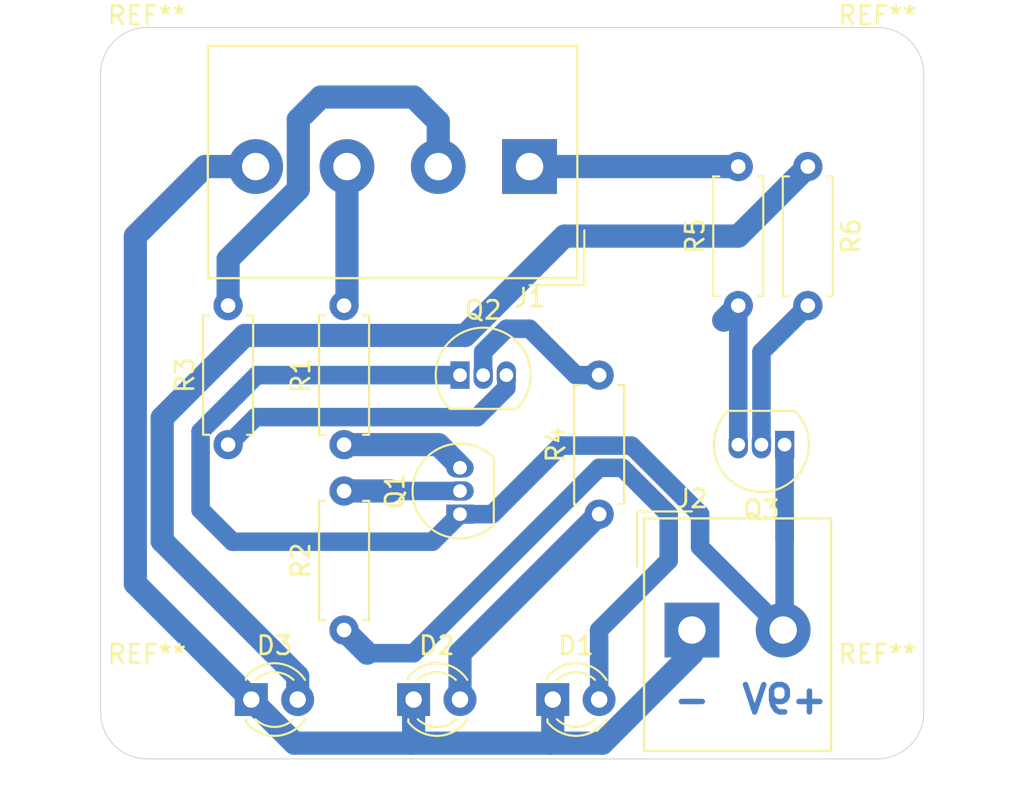
<source format=kicad_pcb>
(kicad_pcb (version 20171130) (host pcbnew "(5.1.8)-1")

  (general
    (thickness 1.6)
    (drawings 10)
    (tracks 78)
    (zones 0)
    (modules 18)
    (nets 15)
  )

  (page A4)
  (layers
    (0 F.Cu signal)
    (31 B.Cu signal)
    (32 B.Adhes user)
    (33 F.Adhes user)
    (34 B.Paste user)
    (35 F.Paste user)
    (36 B.SilkS user)
    (37 F.SilkS user)
    (38 B.Mask user)
    (39 F.Mask user)
    (40 Dwgs.User user)
    (41 Cmts.User user)
    (42 Eco1.User user)
    (43 Eco2.User user)
    (44 Edge.Cuts user)
    (45 Margin user)
    (46 B.CrtYd user)
    (47 F.CrtYd user)
    (48 B.Fab user)
    (49 F.Fab user)
  )

  (setup
    (last_trace_width 0.25)
    (user_trace_width 1.016)
    (user_trace_width 1.27)
    (trace_clearance 0.2)
    (zone_clearance 0.508)
    (zone_45_only no)
    (trace_min 0.2)
    (via_size 0.8)
    (via_drill 0.4)
    (via_min_size 0.4)
    (via_min_drill 0.3)
    (uvia_size 0.3)
    (uvia_drill 0.1)
    (uvias_allowed no)
    (uvia_min_size 0.2)
    (uvia_min_drill 0.1)
    (edge_width 0.05)
    (segment_width 0.2)
    (pcb_text_width 0.3)
    (pcb_text_size 1.5 1.5)
    (mod_edge_width 0.12)
    (mod_text_size 1 1)
    (mod_text_width 0.15)
    (pad_size 1.524 1.524)
    (pad_drill 0.762)
    (pad_to_mask_clearance 0)
    (aux_axis_origin 0 0)
    (grid_origin 136.52 88.265)
    (visible_elements 7FFFFFFF)
    (pcbplotparams
      (layerselection 0x010fc_ffffffff)
      (usegerberextensions true)
      (usegerberattributes true)
      (usegerberadvancedattributes true)
      (creategerberjobfile true)
      (excludeedgelayer true)
      (linewidth 0.100000)
      (plotframeref true)
      (viasonmask false)
      (mode 1)
      (useauxorigin false)
      (hpglpennumber 1)
      (hpglpenspeed 20)
      (hpglpendiameter 15.000000)
      (psnegative false)
      (psa4output false)
      (plotreference false)
      (plotvalue true)
      (plotinvisibletext false)
      (padsonsilk false)
      (subtractmaskfromsilk false)
      (outputformat 1)
      (mirror false)
      (drillshape 0)
      (scaleselection 1)
      (outputdirectory "Gerber_FIles/"))
  )

  (net 0 "")
  (net 1 Ground)
  (net 2 "Net-(D1-Pad2)")
  (net 3 "Net-(D2-Pad2)")
  (net 4 "Net-(D3-Pad2)")
  (net 5 Full_Level)
  (net 6 Medium_Level)
  (net 7 Low_Level)
  (net 8 "Net-(J2-Pad2)")
  (net 9 "Net-(Q1-Pad2)")
  (net 10 "Net-(Q1-Pad3)")
  (net 11 "Net-(Q2-Pad3)")
  (net 12 "Net-(Q2-Pad2)")
  (net 13 "Net-(Q3-Pad2)")
  (net 14 "Net-(Q3-Pad3)")

  (net_class Default "This is the default net class."
    (clearance 0.2)
    (trace_width 0.25)
    (via_dia 0.8)
    (via_drill 0.4)
    (uvia_dia 0.3)
    (uvia_drill 0.1)
    (add_net Full_Level)
    (add_net Ground)
    (add_net Low_Level)
    (add_net Medium_Level)
    (add_net "Net-(D1-Pad2)")
    (add_net "Net-(D2-Pad2)")
    (add_net "Net-(D3-Pad2)")
    (add_net "Net-(J2-Pad2)")
    (add_net "Net-(Q1-Pad2)")
    (add_net "Net-(Q1-Pad3)")
    (add_net "Net-(Q2-Pad2)")
    (add_net "Net-(Q2-Pad3)")
    (add_net "Net-(Q3-Pad2)")
    (add_net "Net-(Q3-Pad3)")
  )

  (module MountingHole:MountingHole_2.1mm locked (layer F.Cu) (tedit 5B924765) (tstamp 60F54BD8)
    (at 136.52 123.265)
    (descr "Mounting Hole 2.1mm, no annular")
    (tags "mounting hole 2.1mm no annular")
    (attr virtual)
    (fp_text reference REF** (at 0 -3.2) (layer F.SilkS)
      (effects (font (size 1 1) (thickness 0.15)))
    )
    (fp_text value MountingHole_2.1mm (at 0 3.2) (layer F.Fab)
      (effects (font (size 1 1) (thickness 0.15)))
    )
    (fp_circle (center 0 0) (end 2.35 0) (layer F.CrtYd) (width 0.05))
    (fp_circle (center 0 0) (end 2.1 0) (layer Cmts.User) (width 0.15))
    (fp_text user %R (at 0.3 0) (layer F.Fab)
      (effects (font (size 1 1) (thickness 0.15)))
    )
    (pad "" np_thru_hole circle (at 0 0) (size 2.1 2.1) (drill 2.1) (layers *.Cu *.Mask))
  )

  (module MountingHole:MountingHole_2.1mm locked (layer F.Cu) (tedit 5B924765) (tstamp 60F54BB4)
    (at 96.52 123.265)
    (descr "Mounting Hole 2.1mm, no annular")
    (tags "mounting hole 2.1mm no annular")
    (attr virtual)
    (fp_text reference REF** (at 0 -3.2) (layer F.SilkS)
      (effects (font (size 1 1) (thickness 0.15)))
    )
    (fp_text value MountingHole_2.1mm (at 0 3.2) (layer F.Fab)
      (effects (font (size 1 1) (thickness 0.15)))
    )
    (fp_circle (center 0 0) (end 2.35 0) (layer F.CrtYd) (width 0.05))
    (fp_circle (center 0 0) (end 2.1 0) (layer Cmts.User) (width 0.15))
    (fp_text user %R (at 0.3 0) (layer F.Fab)
      (effects (font (size 1 1) (thickness 0.15)))
    )
    (pad "" np_thru_hole circle (at 0 0) (size 2.1 2.1) (drill 2.1) (layers *.Cu *.Mask))
  )

  (module MountingHole:MountingHole_2.1mm locked (layer F.Cu) (tedit 5B924765) (tstamp 60F54B89)
    (at 136.52 88.265)
    (descr "Mounting Hole 2.1mm, no annular")
    (tags "mounting hole 2.1mm no annular")
    (attr virtual)
    (fp_text reference REF** (at 0 -3.2) (layer F.SilkS)
      (effects (font (size 1 1) (thickness 0.15)))
    )
    (fp_text value MountingHole_2.1mm (at 0 3.2) (layer F.Fab)
      (effects (font (size 1 1) (thickness 0.15)))
    )
    (fp_circle (center 0 0) (end 2.35 0) (layer F.CrtYd) (width 0.05))
    (fp_circle (center 0 0) (end 2.1 0) (layer Cmts.User) (width 0.15))
    (fp_text user %R (at 0.3 0) (layer F.Fab)
      (effects (font (size 1 1) (thickness 0.15)))
    )
    (pad "" np_thru_hole circle (at 0 0) (size 2.1 2.1) (drill 2.1) (layers *.Cu *.Mask))
  )

  (module MountingHole:MountingHole_2.1mm locked (layer F.Cu) (tedit 5B924765) (tstamp 60F54B65)
    (at 96.52 88.265)
    (descr "Mounting Hole 2.1mm, no annular")
    (tags "mounting hole 2.1mm no annular")
    (attr virtual)
    (fp_text reference REF** (at 0 -3.2) (layer F.SilkS)
      (effects (font (size 1 1) (thickness 0.15)))
    )
    (fp_text value MountingHole_2.1mm (at 0 3.2) (layer F.Fab)
      (effects (font (size 1 1) (thickness 0.15)))
    )
    (fp_circle (center 0 0) (end 2.35 0) (layer F.CrtYd) (width 0.05))
    (fp_circle (center 0 0) (end 2.1 0) (layer Cmts.User) (width 0.15))
    (fp_text user %R (at 0.3 0) (layer F.Fab)
      (effects (font (size 1 1) (thickness 0.15)))
    )
    (pad "" np_thru_hole circle (at 0 0) (size 2.1 2.1) (drill 2.1) (layers *.Cu *.Mask))
  )

  (module LED_THT:LED_D3.0mm (layer F.Cu) (tedit 587A3A7B) (tstamp 60F543C2)
    (at 118.74 122.555)
    (descr "LED, diameter 3.0mm, 2 pins")
    (tags "LED diameter 3.0mm 2 pins")
    (path /60F605D9)
    (fp_text reference D1 (at 1.27 -2.96) (layer F.SilkS)
      (effects (font (size 1 1) (thickness 0.15)))
    )
    (fp_text value LED (at 1.27 2.96) (layer F.Fab)
      (effects (font (size 1 1) (thickness 0.15)))
    )
    (fp_circle (center 1.27 0) (end 2.77 0) (layer F.Fab) (width 0.1))
    (fp_line (start -0.23 -1.16619) (end -0.23 1.16619) (layer F.Fab) (width 0.1))
    (fp_line (start -0.29 -1.236) (end -0.29 -1.08) (layer F.SilkS) (width 0.12))
    (fp_line (start -0.29 1.08) (end -0.29 1.236) (layer F.SilkS) (width 0.12))
    (fp_line (start -1.15 -2.25) (end -1.15 2.25) (layer F.CrtYd) (width 0.05))
    (fp_line (start -1.15 2.25) (end 3.7 2.25) (layer F.CrtYd) (width 0.05))
    (fp_line (start 3.7 2.25) (end 3.7 -2.25) (layer F.CrtYd) (width 0.05))
    (fp_line (start 3.7 -2.25) (end -1.15 -2.25) (layer F.CrtYd) (width 0.05))
    (fp_arc (start 1.27 0) (end -0.23 -1.16619) (angle 284.3) (layer F.Fab) (width 0.1))
    (fp_arc (start 1.27 0) (end -0.29 -1.235516) (angle 108.8) (layer F.SilkS) (width 0.12))
    (fp_arc (start 1.27 0) (end -0.29 1.235516) (angle -108.8) (layer F.SilkS) (width 0.12))
    (fp_arc (start 1.27 0) (end 0.229039 -1.08) (angle 87.9) (layer F.SilkS) (width 0.12))
    (fp_arc (start 1.27 0) (end 0.229039 1.08) (angle -87.9) (layer F.SilkS) (width 0.12))
    (pad 1 thru_hole rect (at 0 0) (size 1.8 1.8) (drill 0.9) (layers *.Cu *.Mask)
      (net 1 Ground))
    (pad 2 thru_hole circle (at 2.54 0) (size 1.8 1.8) (drill 0.9) (layers *.Cu *.Mask)
      (net 2 "Net-(D1-Pad2)"))
    (model ${KISYS3DMOD}/LED_THT.3dshapes/LED_D3.0mm.wrl
      (at (xyz 0 0 0))
      (scale (xyz 1 1 1))
      (rotate (xyz 0 0 0))
    )
  )

  (module LED_THT:LED_D3.0mm (layer F.Cu) (tedit 587A3A7B) (tstamp 60F543D5)
    (at 111.12 122.555)
    (descr "LED, diameter 3.0mm, 2 pins")
    (tags "LED diameter 3.0mm 2 pins")
    (path /60F60AEF)
    (fp_text reference D2 (at 1.27 -2.96) (layer F.SilkS)
      (effects (font (size 1 1) (thickness 0.15)))
    )
    (fp_text value LED (at 1.27 2.96) (layer F.Fab)
      (effects (font (size 1 1) (thickness 0.15)))
    )
    (fp_line (start 3.7 -2.25) (end -1.15 -2.25) (layer F.CrtYd) (width 0.05))
    (fp_line (start 3.7 2.25) (end 3.7 -2.25) (layer F.CrtYd) (width 0.05))
    (fp_line (start -1.15 2.25) (end 3.7 2.25) (layer F.CrtYd) (width 0.05))
    (fp_line (start -1.15 -2.25) (end -1.15 2.25) (layer F.CrtYd) (width 0.05))
    (fp_line (start -0.29 1.08) (end -0.29 1.236) (layer F.SilkS) (width 0.12))
    (fp_line (start -0.29 -1.236) (end -0.29 -1.08) (layer F.SilkS) (width 0.12))
    (fp_line (start -0.23 -1.16619) (end -0.23 1.16619) (layer F.Fab) (width 0.1))
    (fp_circle (center 1.27 0) (end 2.77 0) (layer F.Fab) (width 0.1))
    (fp_arc (start 1.27 0) (end 0.229039 1.08) (angle -87.9) (layer F.SilkS) (width 0.12))
    (fp_arc (start 1.27 0) (end 0.229039 -1.08) (angle 87.9) (layer F.SilkS) (width 0.12))
    (fp_arc (start 1.27 0) (end -0.29 1.235516) (angle -108.8) (layer F.SilkS) (width 0.12))
    (fp_arc (start 1.27 0) (end -0.29 -1.235516) (angle 108.8) (layer F.SilkS) (width 0.12))
    (fp_arc (start 1.27 0) (end -0.23 -1.16619) (angle 284.3) (layer F.Fab) (width 0.1))
    (pad 2 thru_hole circle (at 2.54 0) (size 1.8 1.8) (drill 0.9) (layers *.Cu *.Mask)
      (net 3 "Net-(D2-Pad2)"))
    (pad 1 thru_hole rect (at 0 0) (size 1.8 1.8) (drill 0.9) (layers *.Cu *.Mask)
      (net 1 Ground))
    (model ${KISYS3DMOD}/LED_THT.3dshapes/LED_D3.0mm.wrl
      (at (xyz 0 0 0))
      (scale (xyz 1 1 1))
      (rotate (xyz 0 0 0))
    )
  )

  (module LED_THT:LED_D3.0mm (layer F.Cu) (tedit 587A3A7B) (tstamp 60F543E8)
    (at 102.23 122.555)
    (descr "LED, diameter 3.0mm, 2 pins")
    (tags "LED diameter 3.0mm 2 pins")
    (path /60F60FF1)
    (fp_text reference D3 (at 1.27 -2.96) (layer F.SilkS)
      (effects (font (size 1 1) (thickness 0.15)))
    )
    (fp_text value LED (at 1.27 2.96) (layer F.Fab)
      (effects (font (size 1 1) (thickness 0.15)))
    )
    (fp_circle (center 1.27 0) (end 2.77 0) (layer F.Fab) (width 0.1))
    (fp_line (start -0.23 -1.16619) (end -0.23 1.16619) (layer F.Fab) (width 0.1))
    (fp_line (start -0.29 -1.236) (end -0.29 -1.08) (layer F.SilkS) (width 0.12))
    (fp_line (start -0.29 1.08) (end -0.29 1.236) (layer F.SilkS) (width 0.12))
    (fp_line (start -1.15 -2.25) (end -1.15 2.25) (layer F.CrtYd) (width 0.05))
    (fp_line (start -1.15 2.25) (end 3.7 2.25) (layer F.CrtYd) (width 0.05))
    (fp_line (start 3.7 2.25) (end 3.7 -2.25) (layer F.CrtYd) (width 0.05))
    (fp_line (start 3.7 -2.25) (end -1.15 -2.25) (layer F.CrtYd) (width 0.05))
    (fp_arc (start 1.27 0) (end -0.23 -1.16619) (angle 284.3) (layer F.Fab) (width 0.1))
    (fp_arc (start 1.27 0) (end -0.29 -1.235516) (angle 108.8) (layer F.SilkS) (width 0.12))
    (fp_arc (start 1.27 0) (end -0.29 1.235516) (angle -108.8) (layer F.SilkS) (width 0.12))
    (fp_arc (start 1.27 0) (end 0.229039 -1.08) (angle 87.9) (layer F.SilkS) (width 0.12))
    (fp_arc (start 1.27 0) (end 0.229039 1.08) (angle -87.9) (layer F.SilkS) (width 0.12))
    (pad 1 thru_hole rect (at 0 0) (size 1.8 1.8) (drill 0.9) (layers *.Cu *.Mask)
      (net 1 Ground))
    (pad 2 thru_hole circle (at 2.54 0) (size 1.8 1.8) (drill 0.9) (layers *.Cu *.Mask)
      (net 4 "Net-(D3-Pad2)"))
    (model ${KISYS3DMOD}/LED_THT.3dshapes/LED_D3.0mm.wrl
      (at (xyz 0 0 0))
      (scale (xyz 1 1 1))
      (rotate (xyz 0 0 0))
    )
  )

  (module TerminalBlock_Altech:Altech_AK300_1x04_P5.00mm_45-Degree (layer F.Cu) (tedit 5C27907F) (tstamp 60F54404)
    (at 117.47 93.345 180)
    (descr "Altech AK300 serie terminal block (Script generated with StandardBox.py) (http://www.altechcorp.com/PDFS/PCBMETRC.PDF)")
    (tags "Altech AK300 serie connector")
    (path /60F6301B)
    (fp_text reference J1 (at 0 -7.2) (layer F.SilkS)
      (effects (font (size 1 1) (thickness 0.15)))
    )
    (fp_text value Screw_Terminal_01x04 (at 7.5 7.5) (layer F.Fab)
      (effects (font (size 1 1) (thickness 0.15)))
    )
    (fp_line (start -2 -6) (end 17.5 -6) (layer F.Fab) (width 0.1))
    (fp_line (start 17.5 -6) (end 17.5 6.5) (layer F.Fab) (width 0.1))
    (fp_line (start 17.5 6.5) (end -2.5 6.5) (layer F.Fab) (width 0.1))
    (fp_line (start -2.5 6.5) (end -2.5 -5.5) (layer F.Fab) (width 0.1))
    (fp_line (start -2.5 -5.5) (end -2 -6) (layer F.Fab) (width 0.1))
    (fp_line (start -3 -3.5) (end -3 -6.5) (layer F.SilkS) (width 0.12))
    (fp_line (start -3 -6.5) (end 0 -6.5) (layer F.SilkS) (width 0.12))
    (fp_line (start -2.62 -6.12) (end 17.62 -6.12) (layer F.SilkS) (width 0.12))
    (fp_line (start 17.62 -6.12) (end 17.62 6.62) (layer F.SilkS) (width 0.12))
    (fp_line (start -2.62 6.62) (end 17.62 6.62) (layer F.SilkS) (width 0.12))
    (fp_line (start -2.62 -6.12) (end -2.62 6.62) (layer F.SilkS) (width 0.12))
    (fp_line (start -2.62 -6.12) (end 17.62 -6.12) (layer F.SilkS) (width 0.12))
    (fp_line (start 17.62 -6.12) (end 17.62 6.62) (layer F.SilkS) (width 0.12))
    (fp_line (start -2.62 6.62) (end 17.62 6.62) (layer F.SilkS) (width 0.12))
    (fp_line (start -2.62 -6.12) (end -2.62 6.62) (layer F.SilkS) (width 0.12))
    (fp_line (start -2.75 -6.25) (end 17.75 -6.25) (layer F.CrtYd) (width 0.05))
    (fp_line (start 17.75 -6.25) (end 17.75 6.75) (layer F.CrtYd) (width 0.05))
    (fp_line (start -2.75 6.75) (end 17.75 6.75) (layer F.CrtYd) (width 0.05))
    (fp_line (start -2.75 -6.25) (end -2.75 6.75) (layer F.CrtYd) (width 0.05))
    (fp_text user %R (at 7.5 0.25) (layer F.Fab)
      (effects (font (size 1 1) (thickness 0.15)))
    )
    (pad 1 thru_hole rect (at 0 0 180) (size 3 3) (drill 1.5) (layers *.Cu *.Mask)
      (net 5 Full_Level))
    (pad 2 thru_hole circle (at 5 0 180) (size 3 3) (drill 1.5) (layers *.Cu *.Mask)
      (net 6 Medium_Level))
    (pad 3 thru_hole circle (at 10 0 180) (size 3 3) (drill 1.5) (layers *.Cu *.Mask)
      (net 7 Low_Level))
    (pad 4 thru_hole circle (at 15 0 180) (size 3 3) (drill 1.5) (layers *.Cu *.Mask)
      (net 1 Ground))
    (model ${KISYS3DMOD}/TerminalBlock_Altech.3dshapes/Altech_AK300_1x04_P5.00mm_45-Degree.wrl
      (at (xyz 0 0 0))
      (scale (xyz 1 1 1))
      (rotate (xyz 0 0 0))
    )
  )

  (module TerminalBlock_Altech:Altech_AK300_1x02_P5.00mm_45-Degree (layer F.Cu) (tedit 5C27907F) (tstamp 60F5441E)
    (at 126.36 118.745)
    (descr "Altech AK300 serie terminal block (Script generated with StandardBox.py) (http://www.altechcorp.com/PDFS/PCBMETRC.PDF)")
    (tags "Altech AK300 serie connector")
    (path /60F62B61)
    (fp_text reference J2 (at 0 -7.2) (layer F.SilkS)
      (effects (font (size 1 1) (thickness 0.15)))
    )
    (fp_text value Screw_Terminal_01x02 (at 2.5 7.5) (layer F.Fab)
      (effects (font (size 1 1) (thickness 0.15)))
    )
    (fp_line (start -2 -6) (end 7.5 -6) (layer F.Fab) (width 0.1))
    (fp_line (start 7.5 -6) (end 7.5 6.5) (layer F.Fab) (width 0.1))
    (fp_line (start 7.5 6.5) (end -2.5 6.5) (layer F.Fab) (width 0.1))
    (fp_line (start -2.5 6.5) (end -2.5 -5.5) (layer F.Fab) (width 0.1))
    (fp_line (start -2.5 -5.5) (end -2 -6) (layer F.Fab) (width 0.1))
    (fp_line (start -3 -3.5) (end -3 -6.5) (layer F.SilkS) (width 0.12))
    (fp_line (start -3 -6.5) (end 0 -6.5) (layer F.SilkS) (width 0.12))
    (fp_line (start -2.62 -6.12) (end 7.62 -6.12) (layer F.SilkS) (width 0.12))
    (fp_line (start 7.62 -6.12) (end 7.62 6.62) (layer F.SilkS) (width 0.12))
    (fp_line (start -2.62 6.62) (end 7.62 6.62) (layer F.SilkS) (width 0.12))
    (fp_line (start -2.62 -6.12) (end -2.62 6.62) (layer F.SilkS) (width 0.12))
    (fp_line (start -2.62 -6.12) (end 7.62 -6.12) (layer F.SilkS) (width 0.12))
    (fp_line (start 7.62 -6.12) (end 7.62 6.62) (layer F.SilkS) (width 0.12))
    (fp_line (start -2.62 6.62) (end 7.62 6.62) (layer F.SilkS) (width 0.12))
    (fp_line (start -2.62 -6.12) (end -2.62 6.62) (layer F.SilkS) (width 0.12))
    (fp_line (start -2.75 -6.25) (end 7.75 -6.25) (layer F.CrtYd) (width 0.05))
    (fp_line (start 7.75 -6.25) (end 7.75 6.75) (layer F.CrtYd) (width 0.05))
    (fp_line (start -2.75 6.75) (end 7.75 6.75) (layer F.CrtYd) (width 0.05))
    (fp_line (start -2.75 -6.25) (end -2.75 6.75) (layer F.CrtYd) (width 0.05))
    (fp_text user %R (at 2.5 0.25) (layer F.Fab)
      (effects (font (size 1 1) (thickness 0.15)))
    )
    (pad 1 thru_hole rect (at 0 0) (size 3 3) (drill 1.5) (layers *.Cu *.Mask)
      (net 1 Ground))
    (pad 2 thru_hole circle (at 5 0) (size 3 3) (drill 1.5) (layers *.Cu *.Mask)
      (net 8 "Net-(J2-Pad2)"))
    (model ${KISYS3DMOD}/TerminalBlock_Altech.3dshapes/Altech_AK300_1x02_P5.00mm_45-Degree.wrl
      (at (xyz 0 0 0))
      (scale (xyz 1 1 1))
      (rotate (xyz 0 0 0))
    )
  )

  (module Package_TO_SOT_THT:TO-92_Inline (layer F.Cu) (tedit 5A1DD157) (tstamp 60F54430)
    (at 113.66 112.395 90)
    (descr "TO-92 leads in-line, narrow, oval pads, drill 0.75mm (see NXP sot054_po.pdf)")
    (tags "to-92 sc-43 sc-43a sot54 PA33 transistor")
    (path /60F635EF)
    (fp_text reference Q1 (at 1.27 -3.56 90) (layer F.SilkS)
      (effects (font (size 1 1) (thickness 0.15)))
    )
    (fp_text value 2SA1015 (at 1.27 2.79 90) (layer F.Fab)
      (effects (font (size 1 1) (thickness 0.15)))
    )
    (fp_line (start -0.53 1.85) (end 3.07 1.85) (layer F.SilkS) (width 0.12))
    (fp_line (start -0.5 1.75) (end 3 1.75) (layer F.Fab) (width 0.1))
    (fp_line (start -1.46 -2.73) (end 4 -2.73) (layer F.CrtYd) (width 0.05))
    (fp_line (start -1.46 -2.73) (end -1.46 2.01) (layer F.CrtYd) (width 0.05))
    (fp_line (start 4 2.01) (end 4 -2.73) (layer F.CrtYd) (width 0.05))
    (fp_line (start 4 2.01) (end -1.46 2.01) (layer F.CrtYd) (width 0.05))
    (fp_text user %R (at 1.27 0 90) (layer F.Fab)
      (effects (font (size 1 1) (thickness 0.15)))
    )
    (fp_arc (start 1.27 0) (end 1.27 -2.48) (angle 135) (layer F.Fab) (width 0.1))
    (fp_arc (start 1.27 0) (end 1.27 -2.6) (angle -135) (layer F.SilkS) (width 0.12))
    (fp_arc (start 1.27 0) (end 1.27 -2.48) (angle -135) (layer F.Fab) (width 0.1))
    (fp_arc (start 1.27 0) (end 1.27 -2.6) (angle 135) (layer F.SilkS) (width 0.12))
    (pad 2 thru_hole oval (at 1.27 0 90) (size 1.05 1.5) (drill 0.75) (layers *.Cu *.Mask)
      (net 9 "Net-(Q1-Pad2)"))
    (pad 3 thru_hole oval (at 2.54 0 90) (size 1.05 1.5) (drill 0.75) (layers *.Cu *.Mask)
      (net 10 "Net-(Q1-Pad3)"))
    (pad 1 thru_hole rect (at 0 0 90) (size 1.05 1.5) (drill 0.75) (layers *.Cu *.Mask)
      (net 8 "Net-(J2-Pad2)"))
    (model ${KISYS3DMOD}/Package_TO_SOT_THT.3dshapes/TO-92_Inline.wrl
      (at (xyz 0 0 0))
      (scale (xyz 1 1 1))
      (rotate (xyz 0 0 0))
    )
  )

  (module Package_TO_SOT_THT:TO-92_Inline (layer F.Cu) (tedit 5A1DD157) (tstamp 60F54442)
    (at 113.66 104.775)
    (descr "TO-92 leads in-line, narrow, oval pads, drill 0.75mm (see NXP sot054_po.pdf)")
    (tags "to-92 sc-43 sc-43a sot54 PA33 transistor")
    (path /60F63E8E)
    (fp_text reference Q2 (at 1.27 -3.56) (layer F.SilkS)
      (effects (font (size 1 1) (thickness 0.15)))
    )
    (fp_text value 2SA1015 (at 1.27 2.79) (layer F.Fab)
      (effects (font (size 1 1) (thickness 0.15)))
    )
    (fp_line (start 4 2.01) (end -1.46 2.01) (layer F.CrtYd) (width 0.05))
    (fp_line (start 4 2.01) (end 4 -2.73) (layer F.CrtYd) (width 0.05))
    (fp_line (start -1.46 -2.73) (end -1.46 2.01) (layer F.CrtYd) (width 0.05))
    (fp_line (start -1.46 -2.73) (end 4 -2.73) (layer F.CrtYd) (width 0.05))
    (fp_line (start -0.5 1.75) (end 3 1.75) (layer F.Fab) (width 0.1))
    (fp_line (start -0.53 1.85) (end 3.07 1.85) (layer F.SilkS) (width 0.12))
    (fp_arc (start 1.27 0) (end 1.27 -2.6) (angle 135) (layer F.SilkS) (width 0.12))
    (fp_arc (start 1.27 0) (end 1.27 -2.48) (angle -135) (layer F.Fab) (width 0.1))
    (fp_arc (start 1.27 0) (end 1.27 -2.6) (angle -135) (layer F.SilkS) (width 0.12))
    (fp_arc (start 1.27 0) (end 1.27 -2.48) (angle 135) (layer F.Fab) (width 0.1))
    (fp_text user %R (at 1.27 0) (layer F.Fab)
      (effects (font (size 1 1) (thickness 0.15)))
    )
    (pad 1 thru_hole rect (at 0 0) (size 1.05 1.5) (drill 0.75) (layers *.Cu *.Mask)
      (net 8 "Net-(J2-Pad2)"))
    (pad 3 thru_hole oval (at 2.54 0) (size 1.05 1.5) (drill 0.75) (layers *.Cu *.Mask)
      (net 11 "Net-(Q2-Pad3)"))
    (pad 2 thru_hole oval (at 1.27 0) (size 1.05 1.5) (drill 0.75) (layers *.Cu *.Mask)
      (net 12 "Net-(Q2-Pad2)"))
    (model ${KISYS3DMOD}/Package_TO_SOT_THT.3dshapes/TO-92_Inline.wrl
      (at (xyz 0 0 0))
      (scale (xyz 1 1 1))
      (rotate (xyz 0 0 0))
    )
  )

  (module Package_TO_SOT_THT:TO-92_Inline (layer F.Cu) (tedit 5A1DD157) (tstamp 60F54454)
    (at 131.44 108.585 180)
    (descr "TO-92 leads in-line, narrow, oval pads, drill 0.75mm (see NXP sot054_po.pdf)")
    (tags "to-92 sc-43 sc-43a sot54 PA33 transistor")
    (path /60F6430B)
    (fp_text reference Q3 (at 1.27 -3.56) (layer F.SilkS)
      (effects (font (size 1 1) (thickness 0.15)))
    )
    (fp_text value 2SA1015 (at 1.27 2.79) (layer F.Fab)
      (effects (font (size 1 1) (thickness 0.15)))
    )
    (fp_line (start -0.53 1.85) (end 3.07 1.85) (layer F.SilkS) (width 0.12))
    (fp_line (start -0.5 1.75) (end 3 1.75) (layer F.Fab) (width 0.1))
    (fp_line (start -1.46 -2.73) (end 4 -2.73) (layer F.CrtYd) (width 0.05))
    (fp_line (start -1.46 -2.73) (end -1.46 2.01) (layer F.CrtYd) (width 0.05))
    (fp_line (start 4 2.01) (end 4 -2.73) (layer F.CrtYd) (width 0.05))
    (fp_line (start 4 2.01) (end -1.46 2.01) (layer F.CrtYd) (width 0.05))
    (fp_text user %R (at 1.27 0) (layer F.Fab)
      (effects (font (size 1 1) (thickness 0.15)))
    )
    (fp_arc (start 1.27 0) (end 1.27 -2.48) (angle 135) (layer F.Fab) (width 0.1))
    (fp_arc (start 1.27 0) (end 1.27 -2.6) (angle -135) (layer F.SilkS) (width 0.12))
    (fp_arc (start 1.27 0) (end 1.27 -2.48) (angle -135) (layer F.Fab) (width 0.1))
    (fp_arc (start 1.27 0) (end 1.27 -2.6) (angle 135) (layer F.SilkS) (width 0.12))
    (pad 2 thru_hole oval (at 1.27 0 180) (size 1.05 1.5) (drill 0.75) (layers *.Cu *.Mask)
      (net 13 "Net-(Q3-Pad2)"))
    (pad 3 thru_hole oval (at 2.54 0 180) (size 1.05 1.5) (drill 0.75) (layers *.Cu *.Mask)
      (net 14 "Net-(Q3-Pad3)"))
    (pad 1 thru_hole rect (at 0 0 180) (size 1.05 1.5) (drill 0.75) (layers *.Cu *.Mask)
      (net 8 "Net-(J2-Pad2)"))
    (model ${KISYS3DMOD}/Package_TO_SOT_THT.3dshapes/TO-92_Inline.wrl
      (at (xyz 0 0 0))
      (scale (xyz 1 1 1))
      (rotate (xyz 0 0 0))
    )
  )

  (module Resistor_THT:R_Axial_DIN0207_L6.3mm_D2.5mm_P7.62mm_Horizontal (layer F.Cu) (tedit 5AE5139B) (tstamp 60F5446B)
    (at 107.31 108.585 90)
    (descr "Resistor, Axial_DIN0207 series, Axial, Horizontal, pin pitch=7.62mm, 0.25W = 1/4W, length*diameter=6.3*2.5mm^2, http://cdn-reichelt.de/documents/datenblatt/B400/1_4W%23YAG.pdf")
    (tags "Resistor Axial_DIN0207 series Axial Horizontal pin pitch 7.62mm 0.25W = 1/4W length 6.3mm diameter 2.5mm")
    (path /60F619CB)
    (fp_text reference R1 (at 3.81 -2.37 90) (layer F.SilkS)
      (effects (font (size 1 1) (thickness 0.15)))
    )
    (fp_text value 470 (at 3.81 2.37 90) (layer F.Fab)
      (effects (font (size 1 1) (thickness 0.15)))
    )
    (fp_line (start 8.67 -1.5) (end -1.05 -1.5) (layer F.CrtYd) (width 0.05))
    (fp_line (start 8.67 1.5) (end 8.67 -1.5) (layer F.CrtYd) (width 0.05))
    (fp_line (start -1.05 1.5) (end 8.67 1.5) (layer F.CrtYd) (width 0.05))
    (fp_line (start -1.05 -1.5) (end -1.05 1.5) (layer F.CrtYd) (width 0.05))
    (fp_line (start 7.08 1.37) (end 7.08 1.04) (layer F.SilkS) (width 0.12))
    (fp_line (start 0.54 1.37) (end 7.08 1.37) (layer F.SilkS) (width 0.12))
    (fp_line (start 0.54 1.04) (end 0.54 1.37) (layer F.SilkS) (width 0.12))
    (fp_line (start 7.08 -1.37) (end 7.08 -1.04) (layer F.SilkS) (width 0.12))
    (fp_line (start 0.54 -1.37) (end 7.08 -1.37) (layer F.SilkS) (width 0.12))
    (fp_line (start 0.54 -1.04) (end 0.54 -1.37) (layer F.SilkS) (width 0.12))
    (fp_line (start 7.62 0) (end 6.96 0) (layer F.Fab) (width 0.1))
    (fp_line (start 0 0) (end 0.66 0) (layer F.Fab) (width 0.1))
    (fp_line (start 6.96 -1.25) (end 0.66 -1.25) (layer F.Fab) (width 0.1))
    (fp_line (start 6.96 1.25) (end 6.96 -1.25) (layer F.Fab) (width 0.1))
    (fp_line (start 0.66 1.25) (end 6.96 1.25) (layer F.Fab) (width 0.1))
    (fp_line (start 0.66 -1.25) (end 0.66 1.25) (layer F.Fab) (width 0.1))
    (fp_text user %R (at 3.81 0 90) (layer F.Fab)
      (effects (font (size 1 1) (thickness 0.15)))
    )
    (pad 2 thru_hole oval (at 7.62 0 90) (size 1.6 1.6) (drill 0.8) (layers *.Cu *.Mask)
      (net 7 Low_Level))
    (pad 1 thru_hole circle (at 0 0 90) (size 1.6 1.6) (drill 0.8) (layers *.Cu *.Mask)
      (net 10 "Net-(Q1-Pad3)"))
    (model ${KISYS3DMOD}/Resistor_THT.3dshapes/R_Axial_DIN0207_L6.3mm_D2.5mm_P7.62mm_Horizontal.wrl
      (at (xyz 0 0 0))
      (scale (xyz 1 1 1))
      (rotate (xyz 0 0 0))
    )
  )

  (module Resistor_THT:R_Axial_DIN0207_L6.3mm_D2.5mm_P7.62mm_Horizontal (layer F.Cu) (tedit 5AE5139B) (tstamp 60F54482)
    (at 107.31 118.745 90)
    (descr "Resistor, Axial_DIN0207 series, Axial, Horizontal, pin pitch=7.62mm, 0.25W = 1/4W, length*diameter=6.3*2.5mm^2, http://cdn-reichelt.de/documents/datenblatt/B400/1_4W%23YAG.pdf")
    (tags "Resistor Axial_DIN0207 series Axial Horizontal pin pitch 7.62mm 0.25W = 1/4W length 6.3mm diameter 2.5mm")
    (path /60F61546)
    (fp_text reference R2 (at 3.81 -2.37 90) (layer F.SilkS)
      (effects (font (size 1 1) (thickness 0.15)))
    )
    (fp_text value 470 (at 3.81 2.37 90) (layer F.Fab)
      (effects (font (size 1 1) (thickness 0.15)))
    )
    (fp_line (start 0.66 -1.25) (end 0.66 1.25) (layer F.Fab) (width 0.1))
    (fp_line (start 0.66 1.25) (end 6.96 1.25) (layer F.Fab) (width 0.1))
    (fp_line (start 6.96 1.25) (end 6.96 -1.25) (layer F.Fab) (width 0.1))
    (fp_line (start 6.96 -1.25) (end 0.66 -1.25) (layer F.Fab) (width 0.1))
    (fp_line (start 0 0) (end 0.66 0) (layer F.Fab) (width 0.1))
    (fp_line (start 7.62 0) (end 6.96 0) (layer F.Fab) (width 0.1))
    (fp_line (start 0.54 -1.04) (end 0.54 -1.37) (layer F.SilkS) (width 0.12))
    (fp_line (start 0.54 -1.37) (end 7.08 -1.37) (layer F.SilkS) (width 0.12))
    (fp_line (start 7.08 -1.37) (end 7.08 -1.04) (layer F.SilkS) (width 0.12))
    (fp_line (start 0.54 1.04) (end 0.54 1.37) (layer F.SilkS) (width 0.12))
    (fp_line (start 0.54 1.37) (end 7.08 1.37) (layer F.SilkS) (width 0.12))
    (fp_line (start 7.08 1.37) (end 7.08 1.04) (layer F.SilkS) (width 0.12))
    (fp_line (start -1.05 -1.5) (end -1.05 1.5) (layer F.CrtYd) (width 0.05))
    (fp_line (start -1.05 1.5) (end 8.67 1.5) (layer F.CrtYd) (width 0.05))
    (fp_line (start 8.67 1.5) (end 8.67 -1.5) (layer F.CrtYd) (width 0.05))
    (fp_line (start 8.67 -1.5) (end -1.05 -1.5) (layer F.CrtYd) (width 0.05))
    (fp_text user %R (at 3.81 0 90) (layer F.Fab)
      (effects (font (size 1 1) (thickness 0.15)))
    )
    (pad 1 thru_hole circle (at 0 0 90) (size 1.6 1.6) (drill 0.8) (layers *.Cu *.Mask)
      (net 2 "Net-(D1-Pad2)"))
    (pad 2 thru_hole oval (at 7.62 0 90) (size 1.6 1.6) (drill 0.8) (layers *.Cu *.Mask)
      (net 9 "Net-(Q1-Pad2)"))
    (model ${KISYS3DMOD}/Resistor_THT.3dshapes/R_Axial_DIN0207_L6.3mm_D2.5mm_P7.62mm_Horizontal.wrl
      (at (xyz 0 0 0))
      (scale (xyz 1 1 1))
      (rotate (xyz 0 0 0))
    )
  )

  (module Resistor_THT:R_Axial_DIN0207_L6.3mm_D2.5mm_P7.62mm_Horizontal (layer F.Cu) (tedit 5AE5139B) (tstamp 60F54499)
    (at 100.96 108.585 90)
    (descr "Resistor, Axial_DIN0207 series, Axial, Horizontal, pin pitch=7.62mm, 0.25W = 1/4W, length*diameter=6.3*2.5mm^2, http://cdn-reichelt.de/documents/datenblatt/B400/1_4W%23YAG.pdf")
    (tags "Resistor Axial_DIN0207 series Axial Horizontal pin pitch 7.62mm 0.25W = 1/4W length 6.3mm diameter 2.5mm")
    (path /60F6205B)
    (fp_text reference R3 (at 3.81 -2.37 90) (layer F.SilkS)
      (effects (font (size 1 1) (thickness 0.15)))
    )
    (fp_text value 470 (at 3.81 2.37 90) (layer F.Fab)
      (effects (font (size 1 1) (thickness 0.15)))
    )
    (fp_line (start 8.67 -1.5) (end -1.05 -1.5) (layer F.CrtYd) (width 0.05))
    (fp_line (start 8.67 1.5) (end 8.67 -1.5) (layer F.CrtYd) (width 0.05))
    (fp_line (start -1.05 1.5) (end 8.67 1.5) (layer F.CrtYd) (width 0.05))
    (fp_line (start -1.05 -1.5) (end -1.05 1.5) (layer F.CrtYd) (width 0.05))
    (fp_line (start 7.08 1.37) (end 7.08 1.04) (layer F.SilkS) (width 0.12))
    (fp_line (start 0.54 1.37) (end 7.08 1.37) (layer F.SilkS) (width 0.12))
    (fp_line (start 0.54 1.04) (end 0.54 1.37) (layer F.SilkS) (width 0.12))
    (fp_line (start 7.08 -1.37) (end 7.08 -1.04) (layer F.SilkS) (width 0.12))
    (fp_line (start 0.54 -1.37) (end 7.08 -1.37) (layer F.SilkS) (width 0.12))
    (fp_line (start 0.54 -1.04) (end 0.54 -1.37) (layer F.SilkS) (width 0.12))
    (fp_line (start 7.62 0) (end 6.96 0) (layer F.Fab) (width 0.1))
    (fp_line (start 0 0) (end 0.66 0) (layer F.Fab) (width 0.1))
    (fp_line (start 6.96 -1.25) (end 0.66 -1.25) (layer F.Fab) (width 0.1))
    (fp_line (start 6.96 1.25) (end 6.96 -1.25) (layer F.Fab) (width 0.1))
    (fp_line (start 0.66 1.25) (end 6.96 1.25) (layer F.Fab) (width 0.1))
    (fp_line (start 0.66 -1.25) (end 0.66 1.25) (layer F.Fab) (width 0.1))
    (fp_text user %R (at 3.81 0 90) (layer F.Fab)
      (effects (font (size 1 1) (thickness 0.15)))
    )
    (pad 2 thru_hole oval (at 7.62 0 90) (size 1.6 1.6) (drill 0.8) (layers *.Cu *.Mask)
      (net 6 Medium_Level))
    (pad 1 thru_hole circle (at 0 0 90) (size 1.6 1.6) (drill 0.8) (layers *.Cu *.Mask)
      (net 11 "Net-(Q2-Pad3)"))
    (model ${KISYS3DMOD}/Resistor_THT.3dshapes/R_Axial_DIN0207_L6.3mm_D2.5mm_P7.62mm_Horizontal.wrl
      (at (xyz 0 0 0))
      (scale (xyz 1 1 1))
      (rotate (xyz 0 0 0))
    )
  )

  (module Resistor_THT:R_Axial_DIN0207_L6.3mm_D2.5mm_P7.62mm_Horizontal (layer F.Cu) (tedit 5AE5139B) (tstamp 60F544B0)
    (at 121.28 112.395 90)
    (descr "Resistor, Axial_DIN0207 series, Axial, Horizontal, pin pitch=7.62mm, 0.25W = 1/4W, length*diameter=6.3*2.5mm^2, http://cdn-reichelt.de/documents/datenblatt/B400/1_4W%23YAG.pdf")
    (tags "Resistor Axial_DIN0207 series Axial Horizontal pin pitch 7.62mm 0.25W = 1/4W length 6.3mm diameter 2.5mm")
    (path /60F61E27)
    (fp_text reference R4 (at 3.81 -2.37 90) (layer F.SilkS)
      (effects (font (size 1 1) (thickness 0.15)))
    )
    (fp_text value 470 (at 3.81 2.37 90) (layer F.Fab)
      (effects (font (size 1 1) (thickness 0.15)))
    )
    (fp_line (start 0.66 -1.25) (end 0.66 1.25) (layer F.Fab) (width 0.1))
    (fp_line (start 0.66 1.25) (end 6.96 1.25) (layer F.Fab) (width 0.1))
    (fp_line (start 6.96 1.25) (end 6.96 -1.25) (layer F.Fab) (width 0.1))
    (fp_line (start 6.96 -1.25) (end 0.66 -1.25) (layer F.Fab) (width 0.1))
    (fp_line (start 0 0) (end 0.66 0) (layer F.Fab) (width 0.1))
    (fp_line (start 7.62 0) (end 6.96 0) (layer F.Fab) (width 0.1))
    (fp_line (start 0.54 -1.04) (end 0.54 -1.37) (layer F.SilkS) (width 0.12))
    (fp_line (start 0.54 -1.37) (end 7.08 -1.37) (layer F.SilkS) (width 0.12))
    (fp_line (start 7.08 -1.37) (end 7.08 -1.04) (layer F.SilkS) (width 0.12))
    (fp_line (start 0.54 1.04) (end 0.54 1.37) (layer F.SilkS) (width 0.12))
    (fp_line (start 0.54 1.37) (end 7.08 1.37) (layer F.SilkS) (width 0.12))
    (fp_line (start 7.08 1.37) (end 7.08 1.04) (layer F.SilkS) (width 0.12))
    (fp_line (start -1.05 -1.5) (end -1.05 1.5) (layer F.CrtYd) (width 0.05))
    (fp_line (start -1.05 1.5) (end 8.67 1.5) (layer F.CrtYd) (width 0.05))
    (fp_line (start 8.67 1.5) (end 8.67 -1.5) (layer F.CrtYd) (width 0.05))
    (fp_line (start 8.67 -1.5) (end -1.05 -1.5) (layer F.CrtYd) (width 0.05))
    (fp_text user %R (at 3.81 0 90) (layer F.Fab)
      (effects (font (size 1 1) (thickness 0.15)))
    )
    (pad 1 thru_hole circle (at 0 0 90) (size 1.6 1.6) (drill 0.8) (layers *.Cu *.Mask)
      (net 3 "Net-(D2-Pad2)"))
    (pad 2 thru_hole oval (at 7.62 0 90) (size 1.6 1.6) (drill 0.8) (layers *.Cu *.Mask)
      (net 12 "Net-(Q2-Pad2)"))
    (model ${KISYS3DMOD}/Resistor_THT.3dshapes/R_Axial_DIN0207_L6.3mm_D2.5mm_P7.62mm_Horizontal.wrl
      (at (xyz 0 0 0))
      (scale (xyz 1 1 1))
      (rotate (xyz 0 0 0))
    )
  )

  (module Resistor_THT:R_Axial_DIN0207_L6.3mm_D2.5mm_P7.62mm_Horizontal (layer F.Cu) (tedit 5AE5139B) (tstamp 60F54EB5)
    (at 128.9 100.965 90)
    (descr "Resistor, Axial_DIN0207 series, Axial, Horizontal, pin pitch=7.62mm, 0.25W = 1/4W, length*diameter=6.3*2.5mm^2, http://cdn-reichelt.de/documents/datenblatt/B400/1_4W%23YAG.pdf")
    (tags "Resistor Axial_DIN0207 series Axial Horizontal pin pitch 7.62mm 0.25W = 1/4W length 6.3mm diameter 2.5mm")
    (path /60F62604)
    (fp_text reference R5 (at 3.81 -2.37 90) (layer F.SilkS)
      (effects (font (size 1 1) (thickness 0.15)))
    )
    (fp_text value 470 (at 3.81 2.37 90) (layer F.Fab)
      (effects (font (size 1 1) (thickness 0.15)))
    )
    (fp_line (start 8.67 -1.5) (end -1.05 -1.5) (layer F.CrtYd) (width 0.05))
    (fp_line (start 8.67 1.5) (end 8.67 -1.5) (layer F.CrtYd) (width 0.05))
    (fp_line (start -1.05 1.5) (end 8.67 1.5) (layer F.CrtYd) (width 0.05))
    (fp_line (start -1.05 -1.5) (end -1.05 1.5) (layer F.CrtYd) (width 0.05))
    (fp_line (start 7.08 1.37) (end 7.08 1.04) (layer F.SilkS) (width 0.12))
    (fp_line (start 0.54 1.37) (end 7.08 1.37) (layer F.SilkS) (width 0.12))
    (fp_line (start 0.54 1.04) (end 0.54 1.37) (layer F.SilkS) (width 0.12))
    (fp_line (start 7.08 -1.37) (end 7.08 -1.04) (layer F.SilkS) (width 0.12))
    (fp_line (start 0.54 -1.37) (end 7.08 -1.37) (layer F.SilkS) (width 0.12))
    (fp_line (start 0.54 -1.04) (end 0.54 -1.37) (layer F.SilkS) (width 0.12))
    (fp_line (start 7.62 0) (end 6.96 0) (layer F.Fab) (width 0.1))
    (fp_line (start 0 0) (end 0.66 0) (layer F.Fab) (width 0.1))
    (fp_line (start 6.96 -1.25) (end 0.66 -1.25) (layer F.Fab) (width 0.1))
    (fp_line (start 6.96 1.25) (end 6.96 -1.25) (layer F.Fab) (width 0.1))
    (fp_line (start 0.66 1.25) (end 6.96 1.25) (layer F.Fab) (width 0.1))
    (fp_line (start 0.66 -1.25) (end 0.66 1.25) (layer F.Fab) (width 0.1))
    (fp_text user %R (at 3.81 0 90) (layer F.Fab)
      (effects (font (size 1 1) (thickness 0.15)))
    )
    (pad 2 thru_hole oval (at 7.62 0 90) (size 1.6 1.6) (drill 0.8) (layers *.Cu *.Mask)
      (net 5 Full_Level))
    (pad 1 thru_hole circle (at 0 0 90) (size 1.6 1.6) (drill 0.8) (layers *.Cu *.Mask)
      (net 14 "Net-(Q3-Pad3)"))
    (model ${KISYS3DMOD}/Resistor_THT.3dshapes/R_Axial_DIN0207_L6.3mm_D2.5mm_P7.62mm_Horizontal.wrl
      (at (xyz 0 0 0))
      (scale (xyz 1 1 1))
      (rotate (xyz 0 0 0))
    )
  )

  (module Resistor_THT:R_Axial_DIN0207_L6.3mm_D2.5mm_P7.62mm_Horizontal (layer F.Cu) (tedit 5AE5139B) (tstamp 60F544DE)
    (at 132.71 93.345 270)
    (descr "Resistor, Axial_DIN0207 series, Axial, Horizontal, pin pitch=7.62mm, 0.25W = 1/4W, length*diameter=6.3*2.5mm^2, http://cdn-reichelt.de/documents/datenblatt/B400/1_4W%23YAG.pdf")
    (tags "Resistor Axial_DIN0207 series Axial Horizontal pin pitch 7.62mm 0.25W = 1/4W length 6.3mm diameter 2.5mm")
    (path /60F62472)
    (fp_text reference R6 (at 3.81 -2.37 90) (layer F.SilkS)
      (effects (font (size 1 1) (thickness 0.15)))
    )
    (fp_text value 470 (at 3.81 2.37 90) (layer F.Fab)
      (effects (font (size 1 1) (thickness 0.15)))
    )
    (fp_line (start 0.66 -1.25) (end 0.66 1.25) (layer F.Fab) (width 0.1))
    (fp_line (start 0.66 1.25) (end 6.96 1.25) (layer F.Fab) (width 0.1))
    (fp_line (start 6.96 1.25) (end 6.96 -1.25) (layer F.Fab) (width 0.1))
    (fp_line (start 6.96 -1.25) (end 0.66 -1.25) (layer F.Fab) (width 0.1))
    (fp_line (start 0 0) (end 0.66 0) (layer F.Fab) (width 0.1))
    (fp_line (start 7.62 0) (end 6.96 0) (layer F.Fab) (width 0.1))
    (fp_line (start 0.54 -1.04) (end 0.54 -1.37) (layer F.SilkS) (width 0.12))
    (fp_line (start 0.54 -1.37) (end 7.08 -1.37) (layer F.SilkS) (width 0.12))
    (fp_line (start 7.08 -1.37) (end 7.08 -1.04) (layer F.SilkS) (width 0.12))
    (fp_line (start 0.54 1.04) (end 0.54 1.37) (layer F.SilkS) (width 0.12))
    (fp_line (start 0.54 1.37) (end 7.08 1.37) (layer F.SilkS) (width 0.12))
    (fp_line (start 7.08 1.37) (end 7.08 1.04) (layer F.SilkS) (width 0.12))
    (fp_line (start -1.05 -1.5) (end -1.05 1.5) (layer F.CrtYd) (width 0.05))
    (fp_line (start -1.05 1.5) (end 8.67 1.5) (layer F.CrtYd) (width 0.05))
    (fp_line (start 8.67 1.5) (end 8.67 -1.5) (layer F.CrtYd) (width 0.05))
    (fp_line (start 8.67 -1.5) (end -1.05 -1.5) (layer F.CrtYd) (width 0.05))
    (fp_text user %R (at 3.81 0 90) (layer F.Fab)
      (effects (font (size 1 1) (thickness 0.15)))
    )
    (pad 1 thru_hole circle (at 0 0 270) (size 1.6 1.6) (drill 0.8) (layers *.Cu *.Mask)
      (net 4 "Net-(D3-Pad2)"))
    (pad 2 thru_hole oval (at 7.62 0 270) (size 1.6 1.6) (drill 0.8) (layers *.Cu *.Mask)
      (net 13 "Net-(Q3-Pad2)"))
    (model ${KISYS3DMOD}/Resistor_THT.3dshapes/R_Axial_DIN0207_L6.3mm_D2.5mm_P7.62mm_Horizontal.wrl
      (at (xyz 0 0 0))
      (scale (xyz 1 1 1))
      (rotate (xyz 0 0 0))
    )
  )

  (gr_text +9V (at 131.44 122.555) (layer B.Cu)
    (effects (font (size 1.5 1.5) (thickness 0.3)) (justify mirror))
  )
  (gr_text - (at 126.36 122.555) (layer B.Cu)
    (effects (font (size 1.5 1.5) (thickness 0.3)) (justify mirror))
  )
  (gr_line (start 96.52 85.725) (end 136.52 85.725) (layer Edge.Cuts) (width 0.05) (tstamp 60F54C6B))
  (gr_line (start 93.98 123.265) (end 93.98 88.265) (layer Edge.Cuts) (width 0.05) (tstamp 60F54C6A))
  (gr_line (start 136.52 125.805) (end 96.52 125.805) (layer Edge.Cuts) (width 0.05) (tstamp 60F54C69))
  (gr_line (start 139.06 88.265) (end 139.06 123.265) (layer Edge.Cuts) (width 0.05) (tstamp 60F54C68))
  (gr_arc (start 136.52 88.265) (end 139.06 88.265) (angle -90) (layer Edge.Cuts) (width 0.05))
  (gr_arc (start 136.52 123.265) (end 136.52 125.805) (angle -90) (layer Edge.Cuts) (width 0.05))
  (gr_arc (start 96.52 123.265) (end 93.98 123.265) (angle -90) (layer Edge.Cuts) (width 0.05))
  (gr_arc (start 96.52 88.265) (end 96.52 85.725) (angle -90) (layer Edge.Cuts) (width 0.05))

  (segment (start 102.47 93.345) (end 99.69 93.345) (width 1.27) (layer B.Cu) (net 1))
  (segment (start 99.69 93.345) (end 95.88 97.155) (width 1.27) (layer B.Cu) (net 1))
  (segment (start 95.88 116.205) (end 102.23 122.555) (width 1.27) (layer B.Cu) (net 1))
  (segment (start 95.88 97.155) (end 95.88 116.205) (width 1.27) (layer B.Cu) (net 1))
  (segment (start 126.36 120.042802) (end 126.36 118.745) (width 1.27) (layer B.Cu) (net 1))
  (segment (start 121.457812 124.94499) (end 126.36 120.042802) (width 1.27) (layer B.Cu) (net 1))
  (segment (start 102.23 122.582802) (end 104.592188 124.94499) (width 1.27) (layer B.Cu) (net 1))
  (segment (start 102.23 122.555) (end 102.23 122.582802) (width 1.27) (layer B.Cu) (net 1))
  (segment (start 118.74 122.555) (end 118.74 124.79498) (width 1.27) (layer B.Cu) (net 1))
  (segment (start 118.58999 124.94499) (end 121.457812 124.94499) (width 1.27) (layer B.Cu) (net 1))
  (segment (start 118.74 124.79498) (end 118.58999 124.94499) (width 1.27) (layer B.Cu) (net 1))
  (segment (start 111.12 124.79498) (end 110.96999 124.94499) (width 1.27) (layer B.Cu) (net 1))
  (segment (start 111.12 122.555) (end 111.12 124.79498) (width 1.27) (layer B.Cu) (net 1))
  (segment (start 110.96999 124.94499) (end 118.58999 124.94499) (width 1.27) (layer B.Cu) (net 1))
  (segment (start 104.592188 124.94499) (end 110.96999 124.94499) (width 1.27) (layer B.Cu) (net 1))
  (segment (start 125.09 114.935) (end 121.28 118.745) (width 1.016) (layer B.Cu) (net 2))
  (segment (start 121.28 118.745) (end 121.28 122.555) (width 1.016) (layer B.Cu) (net 2))
  (segment (start 125.09 112.395) (end 125.09 114.935) (width 1.016) (layer B.Cu) (net 2))
  (segment (start 122.55 109.855) (end 125.09 112.395) (width 1.016) (layer B.Cu) (net 2))
  (segment (start 121.28 109.855) (end 122.55 109.855) (width 1.016) (layer B.Cu) (net 2))
  (segment (start 111.12 120.015) (end 121.28 109.855) (width 1.016) (layer B.Cu) (net 2))
  (segment (start 108.58 120.015) (end 111.12 120.015) (width 1.016) (layer B.Cu) (net 2))
  (segment (start 108.58 120.015) (end 107.31 118.745) (width 1.27) (layer B.Cu) (net 2))
  (segment (start 113.66 120.015) (end 121.28 112.395) (width 1.27) (layer B.Cu) (net 3))
  (segment (start 113.66 122.555) (end 113.66 120.015) (width 1.27) (layer B.Cu) (net 3))
  (segment (start 119.380698 97.155) (end 128.9 97.155) (width 1.27) (layer B.Cu) (net 4))
  (segment (start 101.864999 102.600001) (end 113.935697 102.600001) (width 1.27) (layer B.Cu) (net 4))
  (segment (start 113.935697 102.600001) (end 119.380698 97.155) (width 1.27) (layer B.Cu) (net 4))
  (segment (start 128.9 97.155) (end 132.71 93.345) (width 1.27) (layer B.Cu) (net 4))
  (segment (start 104.77 121.282208) (end 98.42 114.932208) (width 1.27) (layer B.Cu) (net 4))
  (segment (start 104.77 122.555) (end 104.77 121.282208) (width 1.27) (layer B.Cu) (net 4))
  (segment (start 98.417208 114.932208) (end 97.35001 113.86501) (width 1.27) (layer B.Cu) (net 4))
  (segment (start 98.42 114.932208) (end 98.417208 114.932208) (width 1.27) (layer B.Cu) (net 4))
  (segment (start 97.35001 107.11499) (end 101.864999 102.600001) (width 1.27) (layer B.Cu) (net 4))
  (segment (start 97.35001 113.86501) (end 97.35001 107.11499) (width 1.27) (layer B.Cu) (net 4))
  (segment (start 117.47 93.345) (end 128.9 93.345) (width 1.27) (layer B.Cu) (net 5))
  (segment (start 100.96 100.965) (end 100.96 98.425) (width 1.27) (layer B.Cu) (net 6))
  (segment (start 104.805001 94.579999) (end 104.805001 90.769999) (width 1.27) (layer B.Cu) (net 6))
  (segment (start 100.96 98.425) (end 104.805001 94.579999) (width 1.27) (layer B.Cu) (net 6))
  (segment (start 104.805001 90.769999) (end 106.04 89.535) (width 1.27) (layer B.Cu) (net 6))
  (segment (start 106.04 89.535) (end 111.12 89.535) (width 1.27) (layer B.Cu) (net 6))
  (segment (start 112.47 90.885) (end 112.47 93.345) (width 1.27) (layer B.Cu) (net 6))
  (segment (start 111.12 89.535) (end 112.47 90.885) (width 1.27) (layer B.Cu) (net 6))
  (segment (start 107.47 100.805) (end 107.31 100.965) (width 1.27) (layer B.Cu) (net 7))
  (segment (start 107.47 93.345) (end 107.47 100.805) (width 1.27) (layer B.Cu) (net 7))
  (segment (start 131.44 118.665) (end 131.36 118.745) (width 1.016) (layer B.Cu) (net 8))
  (segment (start 99.451999 107.861159) (end 99.451999 112.156999) (width 1.016) (layer B.Cu) (net 8))
  (segment (start 102.538158 104.775) (end 99.451999 107.861159) (width 1.016) (layer B.Cu) (net 8))
  (segment (start 113.66 104.775) (end 102.538158 104.775) (width 1.016) (layer B.Cu) (net 8))
  (segment (start 112.151999 113.903001) (end 113.66 112.395) (width 1.016) (layer B.Cu) (net 8))
  (segment (start 101.198001 113.903001) (end 112.151999 113.903001) (width 1.016) (layer B.Cu) (net 8))
  (segment (start 99.451999 112.156999) (end 101.198001 113.903001) (width 1.016) (layer B.Cu) (net 8))
  (segment (start 115.426 112.395) (end 113.66 112.395) (width 1.016) (layer B.Cu) (net 8))
  (segment (start 119.18201 108.63899) (end 115.426 112.395) (width 1.016) (layer B.Cu) (net 8))
  (segment (start 123.053687 108.63899) (end 119.18201 108.63899) (width 1.016) (layer B.Cu) (net 8))
  (segment (start 126.809696 112.395) (end 123.053687 108.63899) (width 1.016) (layer B.Cu) (net 8))
  (segment (start 126.809696 114.194696) (end 131.36 118.745) (width 1.016) (layer B.Cu) (net 8))
  (segment (start 126.809696 112.395) (end 126.809696 114.194696) (width 1.016) (layer B.Cu) (net 8))
  (segment (start 131.44 108.585) (end 131.44 113.665) (width 1.016) (layer B.Cu) (net 8))
  (segment (start 131.44 113.665) (end 131.44 118.665) (width 1.016) (layer B.Cu) (net 8))
  (segment (start 131.44 112.395) (end 131.44 113.665) (width 1.016) (layer B.Cu) (net 8))
  (segment (start 109.85 111.125) (end 113.66 111.125) (width 1.016) (layer B.Cu) (net 9))
  (segment (start 109.85 111.125) (end 107.31 111.125) (width 1.27) (layer B.Cu) (net 9))
  (segment (start 112.48001 108.585) (end 113.66 109.76499) (width 1.27) (layer B.Cu) (net 10))
  (segment (start 107.31 108.585) (end 112.48001 108.585) (width 1.27) (layer B.Cu) (net 10))
  (segment (start 114.59674 107.076999) (end 102.468001 107.076999) (width 1.016) (layer B.Cu) (net 11))
  (segment (start 116.2 105.473739) (end 114.59674 107.076999) (width 1.016) (layer B.Cu) (net 11))
  (segment (start 116.2 104.775) (end 116.2 105.473739) (width 1.016) (layer B.Cu) (net 11))
  (segment (start 102.468001 107.076999) (end 100.96 108.585) (width 1.016) (layer B.Cu) (net 11))
  (segment (start 121.28 104.775) (end 120.01 104.775) (width 1.016) (layer B.Cu) (net 12))
  (segment (start 120.01 104.775) (end 117.47 102.235) (width 1.016) (layer B.Cu) (net 12))
  (segment (start 117.47 102.235) (end 116.2 102.235) (width 1.016) (layer B.Cu) (net 12))
  (segment (start 114.93 103.505) (end 114.93 104.775) (width 1.016) (layer B.Cu) (net 12))
  (segment (start 116.2 102.235) (end 114.93 103.505) (width 1.016) (layer B.Cu) (net 12))
  (segment (start 130.17 103.505) (end 132.71 100.965) (width 1.016) (layer B.Cu) (net 13))
  (segment (start 130.17 108.585) (end 130.17 103.505) (width 1.016) (layer B.Cu) (net 13))
  (segment (start 128.9 100.965) (end 128.100001 101.764999) (width 1.27) (layer B.Cu) (net 14))
  (segment (start 128.9 100.965) (end 128.9 108.585) (width 1.016) (layer B.Cu) (net 14))

)

</source>
